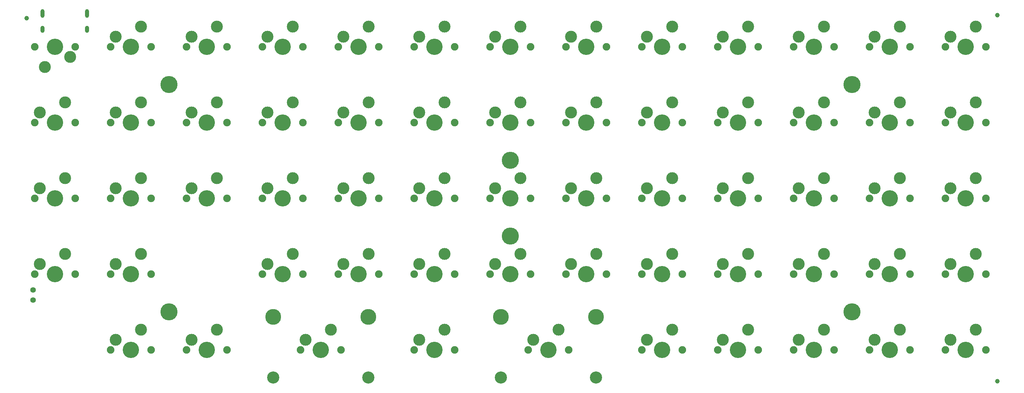
<source format=gts>
G04 #@! TF.GenerationSoftware,KiCad,Pcbnew,(5.1.10-1-10_14)*
G04 #@! TF.CreationDate,2021-09-30T10:55:57+10:00*
G04 #@! TF.ProjectId,WTLBetter62,57544c42-6574-4746-9572-36322e6b6963,rev?*
G04 #@! TF.SameCoordinates,Original*
G04 #@! TF.FileFunction,Soldermask,Top*
G04 #@! TF.FilePolarity,Negative*
%FSLAX46Y46*%
G04 Gerber Fmt 4.6, Leading zero omitted, Abs format (unit mm)*
G04 Created by KiCad (PCBNEW (5.1.10-1-10_14)) date 2021-09-30 10:55:57*
%MOMM*%
%LPD*%
G01*
G04 APERTURE LIST*
%ADD10C,3.000000*%
%ADD11C,1.900000*%
%ADD12C,4.100000*%
%ADD13C,1.152000*%
%ADD14C,3.048000*%
%ADD15C,3.987800*%
%ADD16O,1.000000X2.200000*%
%ADD17O,1.000000X1.800000*%
%ADD18C,1.400000*%
%ADD19C,4.300000*%
G04 APERTURE END LIST*
D10*
X30797500Y8413750D03*
X37147500Y10953750D03*
D11*
X38417500Y13493750D03*
X28257500Y13493750D03*
D12*
X33337500Y13493750D03*
D10*
X102552500Y-57626250D03*
X96202500Y-60166250D03*
D11*
X94932500Y-62706250D03*
X105092500Y-62706250D03*
D12*
X100012500Y-62706250D03*
D13*
X269875000Y21431250D03*
X26193750Y20637500D03*
X269875000Y-70643750D03*
D10*
X159702500Y-57626250D03*
X153352500Y-60166250D03*
D11*
X152082500Y-62706250D03*
X162242500Y-62706250D03*
D12*
X157162500Y-62706250D03*
D14*
X145224500Y-69691250D03*
X169100500Y-69691250D03*
D15*
X145224500Y-54451250D03*
X169100500Y-54451250D03*
D14*
X88074500Y-69691250D03*
X111950500Y-69691250D03*
D15*
X88074500Y-54451250D03*
X111950500Y-54451250D03*
D16*
X30138750Y21826000D03*
X41298750Y21826000D03*
D17*
X41298750Y17826000D03*
X30138750Y17826000D03*
D10*
X264477500Y-57626250D03*
X258127500Y-60166250D03*
D11*
X256857500Y-62706250D03*
X267017500Y-62706250D03*
D12*
X261937500Y-62706250D03*
D10*
X245427500Y-57626250D03*
X239077500Y-60166250D03*
D11*
X237807500Y-62706250D03*
X247967500Y-62706250D03*
D12*
X242887500Y-62706250D03*
D10*
X226377500Y-57626250D03*
X220027500Y-60166250D03*
D11*
X218757500Y-62706250D03*
X228917500Y-62706250D03*
D12*
X223837500Y-62706250D03*
D10*
X207327500Y-57626250D03*
X200977500Y-60166250D03*
D11*
X199707500Y-62706250D03*
X209867500Y-62706250D03*
D12*
X204787500Y-62706250D03*
D10*
X188277500Y-57626250D03*
X181927500Y-60166250D03*
D11*
X180657500Y-62706250D03*
X190817500Y-62706250D03*
D12*
X185737500Y-62706250D03*
D10*
X131127500Y-57626250D03*
X124777500Y-60166250D03*
D11*
X123507500Y-62706250D03*
X133667500Y-62706250D03*
D12*
X128587500Y-62706250D03*
D10*
X73977500Y-57626250D03*
X67627500Y-60166250D03*
D11*
X66357500Y-62706250D03*
X76517500Y-62706250D03*
D12*
X71437500Y-62706250D03*
D10*
X54927500Y-57626250D03*
X48577500Y-60166250D03*
D11*
X47307500Y-62706250D03*
X57467500Y-62706250D03*
D12*
X52387500Y-62706250D03*
D10*
X264477500Y-38576250D03*
X258127500Y-41116250D03*
D11*
X256857500Y-43656250D03*
X267017500Y-43656250D03*
D12*
X261937500Y-43656250D03*
D10*
X245427500Y-38576250D03*
X239077500Y-41116250D03*
D11*
X237807500Y-43656250D03*
X247967500Y-43656250D03*
D12*
X242887500Y-43656250D03*
D10*
X226377500Y-38576250D03*
X220027500Y-41116250D03*
D11*
X218757500Y-43656250D03*
X228917500Y-43656250D03*
D12*
X223837500Y-43656250D03*
D10*
X207327500Y-38576250D03*
X200977500Y-41116250D03*
D11*
X199707500Y-43656250D03*
X209867500Y-43656250D03*
D12*
X204787500Y-43656250D03*
D10*
X188277500Y-38576250D03*
X181927500Y-41116250D03*
D11*
X180657500Y-43656250D03*
X190817500Y-43656250D03*
D12*
X185737500Y-43656250D03*
D10*
X169227500Y-38576250D03*
X162877500Y-41116250D03*
D11*
X161607500Y-43656250D03*
X171767500Y-43656250D03*
D12*
X166687500Y-43656250D03*
D10*
X150177500Y-38576250D03*
X143827500Y-41116250D03*
D11*
X142557500Y-43656250D03*
X152717500Y-43656250D03*
D12*
X147637500Y-43656250D03*
D10*
X131127500Y-38576250D03*
X124777500Y-41116250D03*
D11*
X123507500Y-43656250D03*
X133667500Y-43656250D03*
D12*
X128587500Y-43656250D03*
D10*
X112077500Y-38576250D03*
X105727500Y-41116250D03*
D11*
X104457500Y-43656250D03*
X114617500Y-43656250D03*
D12*
X109537500Y-43656250D03*
D10*
X93027500Y-38576250D03*
X86677500Y-41116250D03*
D11*
X85407500Y-43656250D03*
X95567500Y-43656250D03*
D12*
X90487500Y-43656250D03*
D10*
X54927500Y-38576250D03*
X48577500Y-41116250D03*
D11*
X47307500Y-43656250D03*
X57467500Y-43656250D03*
D12*
X52387500Y-43656250D03*
D10*
X35877500Y-38576250D03*
X29527500Y-41116250D03*
D11*
X28257500Y-43656250D03*
X38417500Y-43656250D03*
D12*
X33337500Y-43656250D03*
D10*
X264477500Y-19526250D03*
X258127500Y-22066250D03*
D11*
X256857500Y-24606250D03*
X267017500Y-24606250D03*
D12*
X261937500Y-24606250D03*
D10*
X245427500Y-19526250D03*
X239077500Y-22066250D03*
D11*
X237807500Y-24606250D03*
X247967500Y-24606250D03*
D12*
X242887500Y-24606250D03*
D10*
X226377500Y-19526250D03*
X220027500Y-22066250D03*
D11*
X218757500Y-24606250D03*
X228917500Y-24606250D03*
D12*
X223837500Y-24606250D03*
D10*
X207327500Y-19526250D03*
X200977500Y-22066250D03*
D11*
X199707500Y-24606250D03*
X209867500Y-24606250D03*
D12*
X204787500Y-24606250D03*
D10*
X188277500Y-19526250D03*
X181927500Y-22066250D03*
D11*
X180657500Y-24606250D03*
X190817500Y-24606250D03*
D12*
X185737500Y-24606250D03*
D10*
X169227500Y-19526250D03*
X162877500Y-22066250D03*
D11*
X161607500Y-24606250D03*
X171767500Y-24606250D03*
D12*
X166687500Y-24606250D03*
D10*
X150177500Y-19526250D03*
X143827500Y-22066250D03*
D11*
X142557500Y-24606250D03*
X152717500Y-24606250D03*
D12*
X147637500Y-24606250D03*
D10*
X131127500Y-19526250D03*
X124777500Y-22066250D03*
D11*
X123507500Y-24606250D03*
X133667500Y-24606250D03*
D12*
X128587500Y-24606250D03*
D10*
X112077500Y-19526250D03*
X105727500Y-22066250D03*
D11*
X104457500Y-24606250D03*
X114617500Y-24606250D03*
D12*
X109537500Y-24606250D03*
D10*
X93027500Y-19526250D03*
X86677500Y-22066250D03*
D11*
X85407500Y-24606250D03*
X95567500Y-24606250D03*
D12*
X90487500Y-24606250D03*
D10*
X73977500Y-19526250D03*
X67627500Y-22066250D03*
D11*
X66357500Y-24606250D03*
X76517500Y-24606250D03*
D12*
X71437500Y-24606250D03*
D10*
X54927500Y-19526250D03*
X48577500Y-22066250D03*
D11*
X47307500Y-24606250D03*
X57467500Y-24606250D03*
D12*
X52387500Y-24606250D03*
D10*
X35877500Y-19526250D03*
X29527500Y-22066250D03*
D11*
X28257500Y-24606250D03*
X38417500Y-24606250D03*
D12*
X33337500Y-24606250D03*
D10*
X264477500Y-476250D03*
X258127500Y-3016250D03*
D11*
X256857500Y-5556250D03*
X267017500Y-5556250D03*
D12*
X261937500Y-5556250D03*
D10*
X245427500Y-476250D03*
X239077500Y-3016250D03*
D11*
X237807500Y-5556250D03*
X247967500Y-5556250D03*
D12*
X242887500Y-5556250D03*
D10*
X226377500Y-476250D03*
X220027500Y-3016250D03*
D11*
X218757500Y-5556250D03*
X228917500Y-5556250D03*
D12*
X223837500Y-5556250D03*
D10*
X207327500Y-476250D03*
X200977500Y-3016250D03*
D11*
X199707500Y-5556250D03*
X209867500Y-5556250D03*
D12*
X204787500Y-5556250D03*
D10*
X188277500Y-476250D03*
X181927500Y-3016250D03*
D11*
X180657500Y-5556250D03*
X190817500Y-5556250D03*
D12*
X185737500Y-5556250D03*
D10*
X169227500Y-476250D03*
X162877500Y-3016250D03*
D11*
X161607500Y-5556250D03*
X171767500Y-5556250D03*
D12*
X166687500Y-5556250D03*
D10*
X150177500Y-476250D03*
X143827500Y-3016250D03*
D11*
X142557500Y-5556250D03*
X152717500Y-5556250D03*
D12*
X147637500Y-5556250D03*
D10*
X131127500Y-476250D03*
X124777500Y-3016250D03*
D11*
X123507500Y-5556250D03*
X133667500Y-5556250D03*
D12*
X128587500Y-5556250D03*
D10*
X112077500Y-476250D03*
X105727500Y-3016250D03*
D11*
X104457500Y-5556250D03*
X114617500Y-5556250D03*
D12*
X109537500Y-5556250D03*
D10*
X93027500Y-476250D03*
X86677500Y-3016250D03*
D11*
X85407500Y-5556250D03*
X95567500Y-5556250D03*
D12*
X90487500Y-5556250D03*
D10*
X73977500Y-476250D03*
X67627500Y-3016250D03*
D11*
X66357500Y-5556250D03*
X76517500Y-5556250D03*
D12*
X71437500Y-5556250D03*
D10*
X54927500Y-476250D03*
X48577500Y-3016250D03*
D11*
X47307500Y-5556250D03*
X57467500Y-5556250D03*
D12*
X52387500Y-5556250D03*
D10*
X35877500Y-476250D03*
X29527500Y-3016250D03*
D11*
X28257500Y-5556250D03*
X38417500Y-5556250D03*
D12*
X33337500Y-5556250D03*
D10*
X264477500Y18573750D03*
X258127500Y16033750D03*
D11*
X256857500Y13493750D03*
X267017500Y13493750D03*
D12*
X261937500Y13493750D03*
D10*
X245427500Y18573750D03*
X239077500Y16033750D03*
D11*
X237807500Y13493750D03*
X247967500Y13493750D03*
D12*
X242887500Y13493750D03*
D10*
X226377500Y18573750D03*
X220027500Y16033750D03*
D11*
X218757500Y13493750D03*
X228917500Y13493750D03*
D12*
X223837500Y13493750D03*
D10*
X207327500Y18573750D03*
X200977500Y16033750D03*
D11*
X199707500Y13493750D03*
X209867500Y13493750D03*
D12*
X204787500Y13493750D03*
D10*
X188277500Y18573750D03*
X181927500Y16033750D03*
D11*
X180657500Y13493750D03*
X190817500Y13493750D03*
D12*
X185737500Y13493750D03*
D10*
X169227500Y18573750D03*
X162877500Y16033750D03*
D11*
X161607500Y13493750D03*
X171767500Y13493750D03*
D12*
X166687500Y13493750D03*
D10*
X150177500Y18573750D03*
X143827500Y16033750D03*
D11*
X142557500Y13493750D03*
X152717500Y13493750D03*
D12*
X147637500Y13493750D03*
D10*
X131127500Y18573750D03*
X124777500Y16033750D03*
D11*
X123507500Y13493750D03*
X133667500Y13493750D03*
D12*
X128587500Y13493750D03*
D10*
X112077500Y18573750D03*
X105727500Y16033750D03*
D11*
X104457500Y13493750D03*
X114617500Y13493750D03*
D12*
X109537500Y13493750D03*
D10*
X93027500Y18573750D03*
X86677500Y16033750D03*
D11*
X85407500Y13493750D03*
X95567500Y13493750D03*
D12*
X90487500Y13493750D03*
D10*
X73977500Y18573750D03*
X67627500Y16033750D03*
D11*
X66357500Y13493750D03*
X76517500Y13493750D03*
D12*
X71437500Y13493750D03*
D10*
X54927500Y18573750D03*
X48577500Y16033750D03*
D11*
X47307500Y13493750D03*
X57467500Y13493750D03*
D12*
X52387500Y13493750D03*
D18*
X27781250Y-50165000D03*
X27781250Y-47625000D03*
D19*
X147637500Y-15081250D03*
X147637500Y-34131250D03*
X233362500Y3968750D03*
X233362500Y-53181250D03*
X61912500Y-53181250D03*
X61912500Y3968750D03*
M02*

</source>
